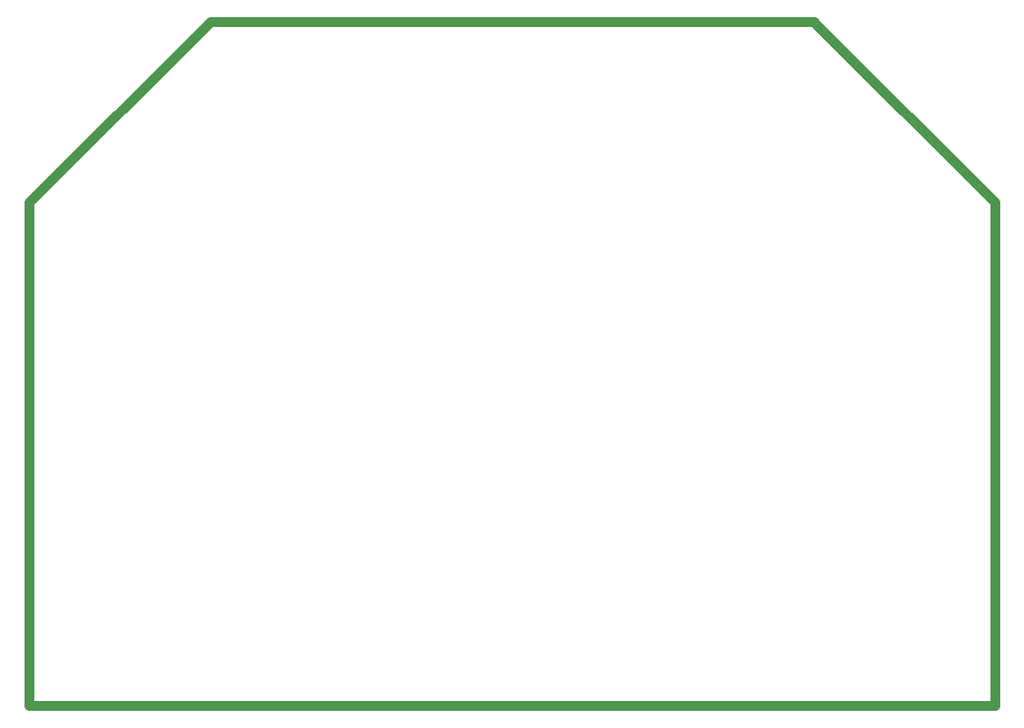
<source format=gbr>
%TF.GenerationSoftware,KiCad,Pcbnew,8.0.0*%
%TF.CreationDate,2024-06-20T18:12:00-03:00*%
%TF.ProjectId,LineFollowerRCX,4c696e65-466f-46c6-9c6f-776572524358,rev?*%
%TF.SameCoordinates,Original*%
%TF.FileFunction,Profile,NP*%
%FSLAX46Y46*%
G04 Gerber Fmt 4.6, Leading zero omitted, Abs format (unit mm)*
G04 Created by KiCad (PCBNEW 8.0.0) date 2024-06-20 18:12:00*
%MOMM*%
%LPD*%
G01*
G04 APERTURE LIST*
%TA.AperFunction,Profile*%
%ADD10C,1.000000*%
%TD*%
%TA.AperFunction,Profile*%
%ADD11C,0.050000*%
%TD*%
G04 APERTURE END LIST*
D10*
X211379000Y-155067000D02*
X211379000Y-102955000D01*
X192659000Y-84201000D02*
X130177566Y-84201000D01*
X130177566Y-84201000D02*
X111415565Y-102963001D01*
X211379000Y-102955000D02*
X192620846Y-84196846D01*
D11*
X192659000Y-84201000D02*
X130177566Y-84201000D01*
X111415565Y-102963001D02*
X111415565Y-155067000D01*
D10*
X111379000Y-155067000D02*
X211379000Y-155067000D01*
X111379000Y-102955000D02*
X111379000Y-155067000D01*
M02*

</source>
